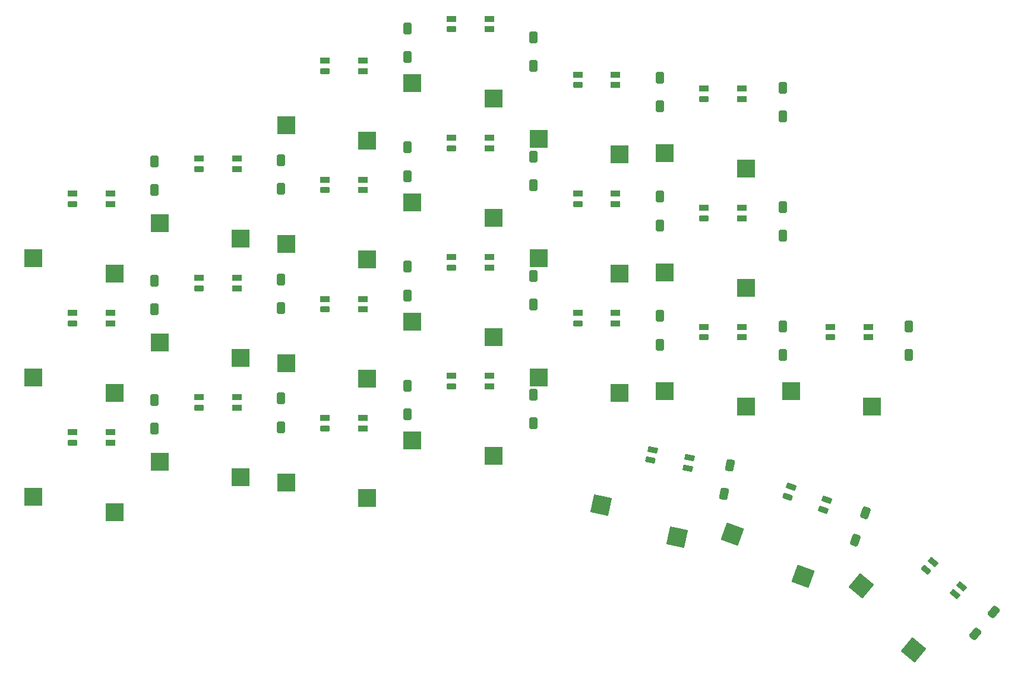
<source format=gbp>
G04 #@! TF.GenerationSoftware,KiCad,Pcbnew,6.0.11-3.fc36*
G04 #@! TF.CreationDate,2023-02-22T18:11:36-05:00*
G04 #@! TF.ProjectId,kb40,6b623430-2e6b-4696-9361-645f70636258,rev?*
G04 #@! TF.SameCoordinates,Original*
G04 #@! TF.FileFunction,Paste,Bot*
G04 #@! TF.FilePolarity,Positive*
%FSLAX46Y46*%
G04 Gerber Fmt 4.6, Leading zero omitted, Abs format (unit mm)*
G04 Created by KiCad (PCBNEW 6.0.11-3.fc36) date 2023-02-22 18:11:36*
%MOMM*%
%LPD*%
G01*
G04 APERTURE LIST*
G04 Aperture macros list*
%AMRoundRect*
0 Rectangle with rounded corners*
0 $1 Rounding radius*
0 $2 $3 $4 $5 $6 $7 $8 $9 X,Y pos of 4 corners*
0 Add a 4 corners polygon primitive as box body*
4,1,4,$2,$3,$4,$5,$6,$7,$8,$9,$2,$3,0*
0 Add four circle primitives for the rounded corners*
1,1,$1+$1,$2,$3*
1,1,$1+$1,$4,$5*
1,1,$1+$1,$6,$7*
1,1,$1+$1,$8,$9*
0 Add four rect primitives between the rounded corners*
20,1,$1+$1,$2,$3,$4,$5,0*
20,1,$1+$1,$4,$5,$6,$7,0*
20,1,$1+$1,$6,$7,$8,$9,0*
20,1,$1+$1,$8,$9,$2,$3,0*%
%AMRotRect*
0 Rectangle, with rotation*
0 The origin of the aperture is its center*
0 $1 length*
0 $2 width*
0 $3 Rotation angle, in degrees counterclockwise*
0 Add horizontal line*
21,1,$1,$2,0,0,$3*%
G04 Aperture macros list end*
%ADD10R,2.600000X2.600000*%
%ADD11RoundRect,0.300000X0.124041X0.614544X-0.583668X-0.228871X-0.124041X-0.614544X0.583668X0.228871X0*%
%ADD12RoundRect,0.300000X-0.300000X0.550500X-0.300000X-0.550500X0.300000X-0.550500X0.300000X0.550500X0*%
%ADD13R,1.400000X0.820000*%
%ADD14RoundRect,0.205000X0.495000X0.205000X-0.495000X0.205000X-0.495000X-0.205000X0.495000X-0.205000X0*%
%ADD15RotRect,2.600000X2.600000X340.000000*%
%ADD16RoundRect,0.300000X-0.178989X0.600844X-0.407900X-0.476097X0.178989X-0.600844X0.407900X0.476097X0*%
%ADD17RotRect,2.600000X2.600000X320.000000*%
%ADD18RoundRect,0.300000X-0.093626X0.619907X-0.470190X-0.414695X0.093626X-0.619907X0.470190X0.414695X0*%
%ADD19RotRect,2.600000X2.600000X348.000000*%
%ADD20RotRect,1.400000X0.820000X140.000000*%
%ADD21RoundRect,0.205000X0.510963X-0.161141X-0.247421X0.475219X-0.510963X0.161141X0.247421X-0.475219X0*%
%ADD22RotRect,1.400000X0.820000X168.000000*%
%ADD23RoundRect,0.205000X0.526805X0.097604X-0.441561X0.303437X-0.526805X-0.097604X0.441561X-0.303437X0*%
%ADD24RotRect,1.400000X0.820000X160.000000*%
%ADD25RoundRect,0.205000X0.535262X0.023337X-0.395034X0.361937X-0.535262X-0.023337X0.395034X-0.361937X0*%
G04 APERTURE END LIST*
D10*
X148775000Y-67450000D03*
X137225000Y-65250000D03*
D11*
X202068357Y-132678843D03*
X199431643Y-135821157D03*
D12*
X136500000Y-101699000D03*
X136500000Y-105801000D03*
D10*
X166775000Y-86450000D03*
X155225000Y-84250000D03*
X112775000Y-65450000D03*
X101225000Y-63250000D03*
D13*
X94200000Y-68050000D03*
X88800000Y-68050000D03*
D14*
X88800000Y-69550000D03*
D13*
X94200000Y-69550000D03*
D10*
X94775000Y-113450000D03*
X83225000Y-111250000D03*
D13*
X148200000Y-56050000D03*
X142800000Y-56050000D03*
D14*
X142800000Y-57550000D03*
D13*
X148200000Y-57550000D03*
X94200000Y-85050000D03*
X88800000Y-85050000D03*
D14*
X88800000Y-86550000D03*
D13*
X94200000Y-86550000D03*
X148200000Y-73050000D03*
X142800000Y-73050000D03*
D14*
X142800000Y-74550000D03*
D13*
X148200000Y-74550000D03*
D15*
X174934979Y-127627842D03*
X164833974Y-121610186D03*
D12*
X82500000Y-68449000D03*
X82500000Y-72551000D03*
D10*
X112775000Y-116450000D03*
X101225000Y-114250000D03*
D12*
X118500000Y-66449000D03*
X118500000Y-70551000D03*
X172000000Y-74949000D03*
X172000000Y-79051000D03*
D13*
X112200000Y-54050000D03*
X106800000Y-54050000D03*
D14*
X106800000Y-55550000D03*
D13*
X112200000Y-55550000D03*
D16*
X164468373Y-111837552D03*
X163615519Y-115849914D03*
D13*
X130200000Y-65100000D03*
X124800000Y-65100000D03*
D14*
X124800000Y-66600000D03*
D13*
X130200000Y-66600000D03*
D10*
X94775000Y-79450000D03*
X83225000Y-77250000D03*
D13*
X130200000Y-48100000D03*
X124800000Y-48100000D03*
D14*
X124800000Y-49600000D03*
D13*
X130200000Y-49600000D03*
X76200000Y-107050000D03*
X70800000Y-107050000D03*
D14*
X70800000Y-108550000D03*
D13*
X76200000Y-108550000D03*
D10*
X148775000Y-101450000D03*
X137225000Y-99250000D03*
D12*
X154500000Y-56481500D03*
X154500000Y-60583500D03*
D10*
X112775000Y-82450000D03*
X101225000Y-80250000D03*
D12*
X100500000Y-85268000D03*
X100500000Y-89370000D03*
D10*
X130775000Y-110450000D03*
X119225000Y-108250000D03*
D13*
X112200000Y-88050000D03*
X106800000Y-88050000D03*
D14*
X106800000Y-89550000D03*
D13*
X112200000Y-89550000D03*
D10*
X130775000Y-93500000D03*
X119225000Y-91300000D03*
D12*
X154500000Y-90481500D03*
X154500000Y-94583500D03*
X82500000Y-85449000D03*
X82500000Y-89551000D03*
D13*
X148200000Y-90050000D03*
X142800000Y-90050000D03*
D14*
X142800000Y-91550000D03*
D13*
X148200000Y-91550000D03*
D12*
X136500000Y-67749000D03*
X136500000Y-71851000D03*
D13*
X184200000Y-92050000D03*
X178800000Y-92050000D03*
D14*
X178800000Y-93550000D03*
D13*
X184200000Y-93550000D03*
D12*
X118500000Y-49449000D03*
X118500000Y-53551000D03*
X118500000Y-83449000D03*
X118500000Y-87551000D03*
X118500000Y-100449000D03*
X118500000Y-104551000D03*
D17*
X190673074Y-138130556D03*
X183239394Y-129021061D03*
D18*
X183778447Y-118607492D03*
X182375481Y-122462112D03*
D10*
X76775000Y-118450000D03*
X65225000Y-116250000D03*
D12*
X136500000Y-84749000D03*
X136500000Y-88851000D03*
D13*
X166200000Y-92050000D03*
X160800000Y-92050000D03*
D14*
X160800000Y-93550000D03*
D13*
X166200000Y-93550000D03*
X112200000Y-105050000D03*
X106800000Y-105050000D03*
D14*
X106800000Y-106550000D03*
D13*
X112200000Y-106550000D03*
D10*
X130775000Y-76500000D03*
X119225000Y-74300000D03*
X76775000Y-84450000D03*
X65225000Y-82250000D03*
D12*
X172000000Y-57949000D03*
X172000000Y-62051000D03*
D10*
X148775000Y-84450000D03*
X137225000Y-82250000D03*
D19*
X156966359Y-122000889D03*
X146126160Y-117447584D03*
D13*
X112200000Y-71050000D03*
X106800000Y-71050000D03*
D14*
X106800000Y-72550000D03*
D13*
X112200000Y-72550000D03*
X130200000Y-99050000D03*
X124800000Y-99050000D03*
D14*
X124800000Y-100550000D03*
D13*
X130200000Y-100550000D03*
D10*
X166775000Y-69450000D03*
X155225000Y-67250000D03*
X112775000Y-99450000D03*
X101225000Y-97250000D03*
D20*
X197560379Y-129028046D03*
X193423739Y-125556993D03*
D21*
X192459557Y-126706060D03*
D20*
X196596197Y-130177113D03*
D13*
X76200000Y-90050000D03*
X70800000Y-90050000D03*
D14*
X70800000Y-91550000D03*
D13*
X76200000Y-91550000D03*
D22*
X158774117Y-110730457D03*
X153492120Y-109607734D03*
D23*
X153180253Y-111074955D03*
D22*
X158462250Y-112197678D03*
D12*
X190000000Y-91949000D03*
X190000000Y-96051000D03*
D10*
X130775000Y-59500000D03*
X119225000Y-57300000D03*
D13*
X166200000Y-75050000D03*
X160800000Y-75050000D03*
D14*
X160800000Y-76550000D03*
D13*
X166200000Y-76550000D03*
D12*
X100500000Y-68268000D03*
X100500000Y-72370000D03*
D10*
X76775000Y-101450000D03*
X65225000Y-99250000D03*
D12*
X82500000Y-102449000D03*
X82500000Y-106551000D03*
D13*
X76200000Y-73050000D03*
X70800000Y-73050000D03*
D14*
X70800000Y-74550000D03*
D13*
X76200000Y-74550000D03*
D10*
X94775000Y-96450000D03*
X83225000Y-94250000D03*
D13*
X130200000Y-82100000D03*
X124800000Y-82100000D03*
D14*
X124800000Y-83600000D03*
D13*
X130200000Y-83600000D03*
X94200000Y-102050000D03*
X88800000Y-102050000D03*
D14*
X88800000Y-103550000D03*
D13*
X94200000Y-103550000D03*
D12*
X154500000Y-73481500D03*
X154500000Y-77583500D03*
D13*
X166200000Y-58050000D03*
X160800000Y-58050000D03*
D14*
X160800000Y-59550000D03*
D13*
X166200000Y-59550000D03*
D12*
X100500000Y-102268000D03*
X100500000Y-106370000D03*
D24*
X178293685Y-116718685D03*
X173219345Y-114871776D03*
D25*
X172706315Y-116281315D03*
D24*
X177780655Y-118128224D03*
D12*
X136500000Y-50749000D03*
X136500000Y-54851000D03*
D10*
X166775000Y-103450000D03*
X155225000Y-101250000D03*
D12*
X172000000Y-91949000D03*
X172000000Y-96051000D03*
D10*
X184775000Y-103450000D03*
X173225000Y-101250000D03*
M02*

</source>
